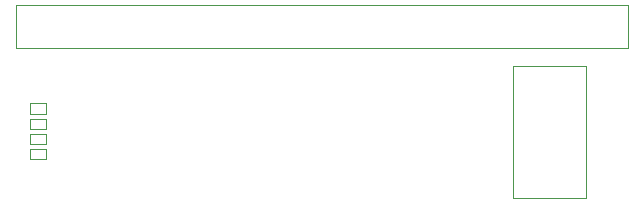
<source format=gbr>
%TF.GenerationSoftware,KiCad,Pcbnew,8.0.4*%
%TF.CreationDate,2024-09-01T12:39:08+05:30*%
%TF.ProjectId,Mitayi-Pico-RP2040,4d697461-7969-42d5-9069-636f2d525032,0.6*%
%TF.SameCoordinates,PX73df160PY5f2d3c0*%
%TF.FileFunction,Other,User*%
%FSLAX46Y46*%
G04 Gerber Fmt 4.6, Leading zero omitted, Abs format (unit mm)*
G04 Created by KiCad (PCBNEW 8.0.4) date 2024-09-01 12:39:08*
%MOMM*%
%LPD*%
G01*
G04 APERTURE LIST*
%ADD10C,0.050000*%
G04 APERTURE END LIST*
D10*
X2075000Y9408334D02*
X675000Y9408334D01*
X675000Y10308334D01*
X2075000Y10308334D01*
X2075000Y9408334D01*
X41600000Y16075000D02*
X47750000Y16075000D01*
X41600000Y4875000D02*
X41600000Y16075000D01*
X47750000Y16075000D02*
X47750000Y4875000D01*
X47750000Y4875000D02*
X41600000Y4875000D01*
X-500000Y21200000D02*
X51350000Y21200000D01*
X-500000Y17600000D02*
X-500000Y21200000D01*
X51350000Y21200000D02*
X51350000Y17600000D01*
X51350000Y17600000D02*
X-500000Y17600000D01*
X2075000Y10691667D02*
X675000Y10691667D01*
X675000Y11591667D01*
X2075000Y11591667D01*
X2075000Y10691667D01*
X2075000Y8125000D02*
X675000Y8125000D01*
X675000Y9025000D01*
X2075000Y9025000D01*
X2075000Y8125000D01*
X2075000Y11975000D02*
X675000Y11975000D01*
X675000Y12875000D01*
X2075000Y12875000D01*
X2075000Y11975000D01*
M02*

</source>
